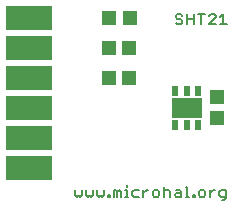
<source format=gts>
G75*
%MOIN*%
%OFA0B0*%
%FSLAX25Y25*%
%IPPOS*%
%LPD*%
%AMOC8*
5,1,8,0,0,1.08239X$1,22.5*
%
%ADD10C,0.00600*%
%ADD11R,0.04934X0.05052*%
%ADD12R,0.05052X0.04934*%
%ADD13R,0.15800X0.08400*%
%ADD14R,0.02400X0.03600*%
%ADD15R,0.10200X0.06700*%
%ADD16R,0.04737X0.05131*%
D10*
X0035800Y0007667D02*
X0036367Y0007100D01*
X0036934Y0007667D01*
X0037501Y0007100D01*
X0038069Y0007667D01*
X0038069Y0009369D01*
X0039483Y0009369D02*
X0039483Y0007667D01*
X0040050Y0007100D01*
X0040617Y0007667D01*
X0041185Y0007100D01*
X0041752Y0007667D01*
X0041752Y0009369D01*
X0043166Y0009369D02*
X0043166Y0007667D01*
X0043733Y0007100D01*
X0044301Y0007667D01*
X0044868Y0007100D01*
X0045435Y0007667D01*
X0045435Y0009369D01*
X0046849Y0007667D02*
X0047417Y0007667D01*
X0047417Y0007100D01*
X0046849Y0007100D01*
X0046849Y0007667D01*
X0048691Y0007100D02*
X0048691Y0009369D01*
X0049258Y0009369D01*
X0049825Y0008801D01*
X0050392Y0009369D01*
X0050960Y0008801D01*
X0050960Y0007100D01*
X0049825Y0007100D02*
X0049825Y0008801D01*
X0052374Y0009369D02*
X0052941Y0009369D01*
X0052941Y0007100D01*
X0052374Y0007100D02*
X0053508Y0007100D01*
X0054830Y0007667D02*
X0055397Y0007100D01*
X0057098Y0007100D01*
X0058513Y0007100D02*
X0058513Y0009369D01*
X0059647Y0009369D02*
X0058513Y0008234D01*
X0059647Y0009369D02*
X0060214Y0009369D01*
X0061582Y0008801D02*
X0061582Y0007667D01*
X0062149Y0007100D01*
X0063283Y0007100D01*
X0063851Y0007667D01*
X0063851Y0008801D01*
X0063283Y0009369D01*
X0062149Y0009369D01*
X0061582Y0008801D01*
X0065265Y0008801D02*
X0065832Y0009369D01*
X0066967Y0009369D01*
X0067534Y0008801D01*
X0067534Y0007100D01*
X0068948Y0007667D02*
X0069515Y0008234D01*
X0071217Y0008234D01*
X0071217Y0008801D02*
X0071217Y0007100D01*
X0069515Y0007100D01*
X0068948Y0007667D01*
X0069515Y0009369D02*
X0070650Y0009369D01*
X0071217Y0008801D01*
X0072631Y0007100D02*
X0073766Y0007100D01*
X0073199Y0007100D02*
X0073199Y0010503D01*
X0072631Y0010503D01*
X0075087Y0007667D02*
X0075654Y0007667D01*
X0075654Y0007100D01*
X0075087Y0007100D01*
X0075087Y0007667D01*
X0076928Y0007667D02*
X0077496Y0007100D01*
X0078630Y0007100D01*
X0079197Y0007667D01*
X0079197Y0008801D01*
X0078630Y0009369D01*
X0077496Y0009369D01*
X0076928Y0008801D01*
X0076928Y0007667D01*
X0080612Y0007100D02*
X0080612Y0009369D01*
X0081746Y0009369D02*
X0080612Y0008234D01*
X0081746Y0009369D02*
X0082313Y0009369D01*
X0083681Y0008801D02*
X0083681Y0007667D01*
X0084248Y0007100D01*
X0085949Y0007100D01*
X0085949Y0006533D02*
X0085949Y0009369D01*
X0084248Y0009369D01*
X0083681Y0008801D01*
X0084815Y0005966D02*
X0085382Y0005966D01*
X0085949Y0006533D01*
X0065265Y0007100D02*
X0065265Y0010503D01*
X0057098Y0009369D02*
X0055397Y0009369D01*
X0054830Y0008801D01*
X0054830Y0007667D01*
X0052941Y0010503D02*
X0052941Y0011070D01*
X0035800Y0009369D02*
X0035800Y0007667D01*
X0069867Y0064600D02*
X0069300Y0065167D01*
X0069867Y0064600D02*
X0071001Y0064600D01*
X0071569Y0065167D01*
X0071569Y0065734D01*
X0071001Y0066301D01*
X0069867Y0066301D01*
X0069300Y0066869D01*
X0069300Y0067436D01*
X0069867Y0068003D01*
X0071001Y0068003D01*
X0071569Y0067436D01*
X0072983Y0068003D02*
X0072983Y0064600D01*
X0072983Y0066301D02*
X0075252Y0066301D01*
X0075252Y0064600D02*
X0075252Y0068003D01*
X0076666Y0068003D02*
X0078935Y0068003D01*
X0077801Y0068003D02*
X0077801Y0064600D01*
X0080349Y0064600D02*
X0082618Y0066869D01*
X0082618Y0067436D01*
X0082051Y0068003D01*
X0080917Y0068003D01*
X0080349Y0067436D01*
X0080349Y0064600D02*
X0082618Y0064600D01*
X0084033Y0064600D02*
X0086301Y0064600D01*
X0085167Y0064600D02*
X0085167Y0068003D01*
X0084033Y0066869D01*
D11*
X0053945Y0066800D03*
X0047055Y0066800D03*
D12*
X0083000Y0040245D03*
X0083000Y0033355D03*
D13*
X0020500Y0016800D03*
X0020500Y0026800D03*
X0020500Y0036800D03*
X0020500Y0046800D03*
X0020500Y0056800D03*
X0020500Y0066800D03*
D14*
X0069100Y0042500D03*
X0073000Y0042500D03*
X0076900Y0042500D03*
X0076900Y0031100D03*
X0073000Y0031100D03*
X0069100Y0031100D03*
D15*
X0073000Y0036800D03*
D16*
X0053846Y0046800D03*
X0047154Y0046800D03*
X0047154Y0056800D03*
X0053846Y0056800D03*
M02*

</source>
